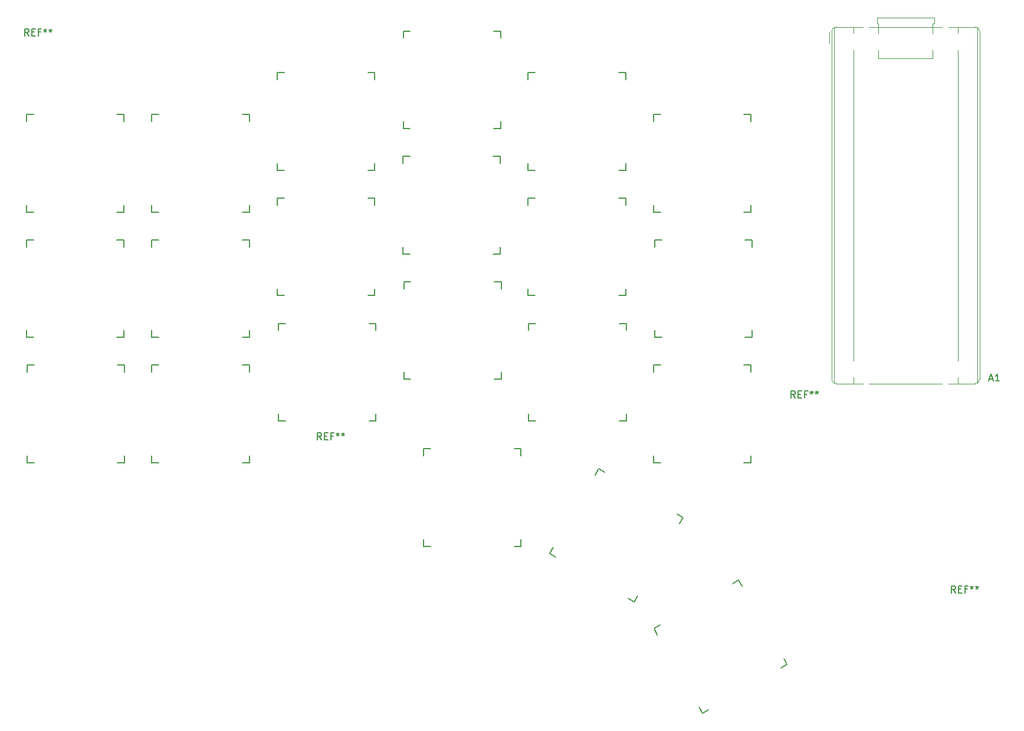
<source format=gto>
%TF.GenerationSoftware,KiCad,Pcbnew,9.0.4*%
%TF.CreationDate,2025-11-01T07:51:32+01:00*%
%TF.ProjectId,kbv3-left,6b627633-2d6c-4656-9674-2e6b69636164,rev?*%
%TF.SameCoordinates,Original*%
%TF.FileFunction,Legend,Top*%
%TF.FilePolarity,Positive*%
%FSLAX46Y46*%
G04 Gerber Fmt 4.6, Leading zero omitted, Abs format (unit mm)*
G04 Created by KiCad (PCBNEW 9.0.4) date 2025-11-01 07:51:32*
%MOMM*%
%LPD*%
G01*
G04 APERTURE LIST*
%ADD10C,0.150000*%
%ADD11C,0.120000*%
G04 APERTURE END LIST*
D10*
X79666666Y-53004819D02*
X79333333Y-52528628D01*
X79095238Y-53004819D02*
X79095238Y-52004819D01*
X79095238Y-52004819D02*
X79476190Y-52004819D01*
X79476190Y-52004819D02*
X79571428Y-52052438D01*
X79571428Y-52052438D02*
X79619047Y-52100057D01*
X79619047Y-52100057D02*
X79666666Y-52195295D01*
X79666666Y-52195295D02*
X79666666Y-52338152D01*
X79666666Y-52338152D02*
X79619047Y-52433390D01*
X79619047Y-52433390D02*
X79571428Y-52481009D01*
X79571428Y-52481009D02*
X79476190Y-52528628D01*
X79476190Y-52528628D02*
X79095238Y-52528628D01*
X80095238Y-52481009D02*
X80428571Y-52481009D01*
X80571428Y-53004819D02*
X80095238Y-53004819D01*
X80095238Y-53004819D02*
X80095238Y-52004819D01*
X80095238Y-52004819D02*
X80571428Y-52004819D01*
X81333333Y-52481009D02*
X81000000Y-52481009D01*
X81000000Y-53004819D02*
X81000000Y-52004819D01*
X81000000Y-52004819D02*
X81476190Y-52004819D01*
X82000000Y-52004819D02*
X82000000Y-52242914D01*
X81761905Y-52147676D02*
X82000000Y-52242914D01*
X82000000Y-52242914D02*
X82238095Y-52147676D01*
X81857143Y-52433390D02*
X82000000Y-52242914D01*
X82000000Y-52242914D02*
X82142857Y-52433390D01*
X82761905Y-52004819D02*
X82761905Y-52242914D01*
X82523810Y-52147676D02*
X82761905Y-52242914D01*
X82761905Y-52242914D02*
X83000000Y-52147676D01*
X82619048Y-52433390D02*
X82761905Y-52242914D01*
X82761905Y-52242914D02*
X82904762Y-52433390D01*
X217546660Y-102284104D02*
X218022850Y-102284104D01*
X217451422Y-102569819D02*
X217784755Y-101569819D01*
X217784755Y-101569819D02*
X218118088Y-102569819D01*
X218975231Y-102569819D02*
X218403803Y-102569819D01*
X218689517Y-102569819D02*
X218689517Y-101569819D01*
X218689517Y-101569819D02*
X218594279Y-101712676D01*
X218594279Y-101712676D02*
X218499041Y-101807914D01*
X218499041Y-101807914D02*
X218403803Y-101855533D01*
X121666666Y-111004819D02*
X121333333Y-110528628D01*
X121095238Y-111004819D02*
X121095238Y-110004819D01*
X121095238Y-110004819D02*
X121476190Y-110004819D01*
X121476190Y-110004819D02*
X121571428Y-110052438D01*
X121571428Y-110052438D02*
X121619047Y-110100057D01*
X121619047Y-110100057D02*
X121666666Y-110195295D01*
X121666666Y-110195295D02*
X121666666Y-110338152D01*
X121666666Y-110338152D02*
X121619047Y-110433390D01*
X121619047Y-110433390D02*
X121571428Y-110481009D01*
X121571428Y-110481009D02*
X121476190Y-110528628D01*
X121476190Y-110528628D02*
X121095238Y-110528628D01*
X122095238Y-110481009D02*
X122428571Y-110481009D01*
X122571428Y-111004819D02*
X122095238Y-111004819D01*
X122095238Y-111004819D02*
X122095238Y-110004819D01*
X122095238Y-110004819D02*
X122571428Y-110004819D01*
X123333333Y-110481009D02*
X123000000Y-110481009D01*
X123000000Y-111004819D02*
X123000000Y-110004819D01*
X123000000Y-110004819D02*
X123476190Y-110004819D01*
X124000000Y-110004819D02*
X124000000Y-110242914D01*
X123761905Y-110147676D02*
X124000000Y-110242914D01*
X124000000Y-110242914D02*
X124238095Y-110147676D01*
X123857143Y-110433390D02*
X124000000Y-110242914D01*
X124000000Y-110242914D02*
X124142857Y-110433390D01*
X124761905Y-110004819D02*
X124761905Y-110242914D01*
X124523810Y-110147676D02*
X124761905Y-110242914D01*
X124761905Y-110242914D02*
X125000000Y-110147676D01*
X124619048Y-110433390D02*
X124761905Y-110242914D01*
X124761905Y-110242914D02*
X124904762Y-110433390D01*
X189666666Y-105004819D02*
X189333333Y-104528628D01*
X189095238Y-105004819D02*
X189095238Y-104004819D01*
X189095238Y-104004819D02*
X189476190Y-104004819D01*
X189476190Y-104004819D02*
X189571428Y-104052438D01*
X189571428Y-104052438D02*
X189619047Y-104100057D01*
X189619047Y-104100057D02*
X189666666Y-104195295D01*
X189666666Y-104195295D02*
X189666666Y-104338152D01*
X189666666Y-104338152D02*
X189619047Y-104433390D01*
X189619047Y-104433390D02*
X189571428Y-104481009D01*
X189571428Y-104481009D02*
X189476190Y-104528628D01*
X189476190Y-104528628D02*
X189095238Y-104528628D01*
X190095238Y-104481009D02*
X190428571Y-104481009D01*
X190571428Y-105004819D02*
X190095238Y-105004819D01*
X190095238Y-105004819D02*
X190095238Y-104004819D01*
X190095238Y-104004819D02*
X190571428Y-104004819D01*
X191333333Y-104481009D02*
X191000000Y-104481009D01*
X191000000Y-105004819D02*
X191000000Y-104004819D01*
X191000000Y-104004819D02*
X191476190Y-104004819D01*
X192000000Y-104004819D02*
X192000000Y-104242914D01*
X191761905Y-104147676D02*
X192000000Y-104242914D01*
X192000000Y-104242914D02*
X192238095Y-104147676D01*
X191857143Y-104433390D02*
X192000000Y-104242914D01*
X192000000Y-104242914D02*
X192142857Y-104433390D01*
X192761905Y-104004819D02*
X192761905Y-104242914D01*
X192523810Y-104147676D02*
X192761905Y-104242914D01*
X192761905Y-104242914D02*
X193000000Y-104147676D01*
X192619048Y-104433390D02*
X192761905Y-104242914D01*
X192761905Y-104242914D02*
X192904762Y-104433390D01*
X212666666Y-133004819D02*
X212333333Y-132528628D01*
X212095238Y-133004819D02*
X212095238Y-132004819D01*
X212095238Y-132004819D02*
X212476190Y-132004819D01*
X212476190Y-132004819D02*
X212571428Y-132052438D01*
X212571428Y-132052438D02*
X212619047Y-132100057D01*
X212619047Y-132100057D02*
X212666666Y-132195295D01*
X212666666Y-132195295D02*
X212666666Y-132338152D01*
X212666666Y-132338152D02*
X212619047Y-132433390D01*
X212619047Y-132433390D02*
X212571428Y-132481009D01*
X212571428Y-132481009D02*
X212476190Y-132528628D01*
X212476190Y-132528628D02*
X212095238Y-132528628D01*
X213095238Y-132481009D02*
X213428571Y-132481009D01*
X213571428Y-133004819D02*
X213095238Y-133004819D01*
X213095238Y-133004819D02*
X213095238Y-132004819D01*
X213095238Y-132004819D02*
X213571428Y-132004819D01*
X214333333Y-132481009D02*
X214000000Y-132481009D01*
X214000000Y-133004819D02*
X214000000Y-132004819D01*
X214000000Y-132004819D02*
X214476190Y-132004819D01*
X215000000Y-132004819D02*
X215000000Y-132242914D01*
X214761905Y-132147676D02*
X215000000Y-132242914D01*
X215000000Y-132242914D02*
X215238095Y-132147676D01*
X214857143Y-132433390D02*
X215000000Y-132242914D01*
X215000000Y-132242914D02*
X215142857Y-132433390D01*
X215761905Y-132004819D02*
X215761905Y-132242914D01*
X215523810Y-132147676D02*
X215761905Y-132242914D01*
X215761905Y-132242914D02*
X216000000Y-132147676D01*
X215619048Y-132433390D02*
X215761905Y-132242914D01*
X215761905Y-132242914D02*
X215904762Y-132433390D01*
%TO.C,SW20*%
X154438413Y-127342178D02*
X154938413Y-126476152D01*
X154438413Y-127342178D02*
X155304439Y-127842178D01*
X160938413Y-116083848D02*
X161438413Y-115217822D01*
X162304439Y-115717822D02*
X161438413Y-115217822D01*
X165696743Y-133842178D02*
X166562769Y-134342178D01*
X167062769Y-133476152D02*
X166562769Y-134342178D01*
X173562769Y-122217822D02*
X172696743Y-121717822D01*
X173562769Y-122217822D02*
X173062769Y-123083848D01*
%TO.C,SW21*%
X169377822Y-138157231D02*
X169877822Y-139023257D01*
X169377822Y-138157231D02*
X170243848Y-137657231D01*
X175877822Y-149415561D02*
X176377822Y-150281587D01*
X177243848Y-149781587D02*
X176377822Y-150281587D01*
X180636152Y-131657231D02*
X181502178Y-131157231D01*
X182002178Y-132023257D02*
X181502178Y-131157231D01*
X188502178Y-143281587D02*
X187636152Y-143781587D01*
X188502178Y-143281587D02*
X188002178Y-142415561D01*
%TO.C,SW3*%
X115320000Y-59320000D02*
X115320000Y-58320000D01*
X115320000Y-72320000D02*
X115320000Y-71320000D01*
X115320000Y-72320000D02*
X116320000Y-72320000D01*
X116320000Y-58320000D02*
X115320000Y-58320000D01*
X128320000Y-72320000D02*
X129320000Y-72320000D01*
X129320000Y-58320000D02*
X128320000Y-58320000D01*
X129320000Y-58320000D02*
X129320000Y-59320000D01*
X129320000Y-71320000D02*
X129320000Y-72320000D01*
%TO.C,SW6*%
X169320000Y-65320000D02*
X169320000Y-64320000D01*
X169320000Y-78320000D02*
X169320000Y-77320000D01*
X169320000Y-78320000D02*
X170320000Y-78320000D01*
X170320000Y-64320000D02*
X169320000Y-64320000D01*
X182320000Y-78320000D02*
X183320000Y-78320000D01*
X183320000Y-64320000D02*
X182320000Y-64320000D01*
X183320000Y-64320000D02*
X183320000Y-65320000D01*
X183320000Y-77320000D02*
X183320000Y-78320000D01*
%TO.C,SW16*%
X133480000Y-89320000D02*
X133480000Y-88320000D01*
X133480000Y-102320000D02*
X133480000Y-101320000D01*
X133480000Y-102320000D02*
X134480000Y-102320000D01*
X134480000Y-88320000D02*
X133480000Y-88320000D01*
X146480000Y-102320000D02*
X147480000Y-102320000D01*
X147480000Y-88320000D02*
X146480000Y-88320000D01*
X147480000Y-88320000D02*
X147480000Y-89320000D01*
X147480000Y-101320000D02*
X147480000Y-102320000D01*
%TO.C,SW7*%
X79320000Y-83320000D02*
X79320000Y-82320000D01*
X79320000Y-96320000D02*
X79320000Y-95320000D01*
X79320000Y-96320000D02*
X80320000Y-96320000D01*
X80320000Y-82320000D02*
X79320000Y-82320000D01*
X92320000Y-96320000D02*
X93320000Y-96320000D01*
X93320000Y-82320000D02*
X92320000Y-82320000D01*
X93320000Y-82320000D02*
X93320000Y-83320000D01*
X93320000Y-95320000D02*
X93320000Y-96320000D01*
%TO.C,SW10*%
X133320000Y-71320000D02*
X133320000Y-70320000D01*
X133320000Y-84320000D02*
X133320000Y-83320000D01*
X133320000Y-84320000D02*
X134320000Y-84320000D01*
X134320000Y-70320000D02*
X133320000Y-70320000D01*
X146320000Y-84320000D02*
X147320000Y-84320000D01*
X147320000Y-70320000D02*
X146320000Y-70320000D01*
X147320000Y-70320000D02*
X147320000Y-71320000D01*
X147320000Y-83320000D02*
X147320000Y-84320000D01*
%TO.C,SW1*%
X79320000Y-65320000D02*
X79320000Y-64320000D01*
X79320000Y-78320000D02*
X79320000Y-77320000D01*
X79320000Y-78320000D02*
X80320000Y-78320000D01*
X80320000Y-64320000D02*
X79320000Y-64320000D01*
X92320000Y-78320000D02*
X93320000Y-78320000D01*
X93320000Y-64320000D02*
X92320000Y-64320000D01*
X93320000Y-64320000D02*
X93320000Y-65320000D01*
X93320000Y-77320000D02*
X93320000Y-78320000D01*
%TO.C,SW9*%
X115320000Y-77320000D02*
X115320000Y-76320000D01*
X115320000Y-90320000D02*
X115320000Y-89320000D01*
X115320000Y-90320000D02*
X116320000Y-90320000D01*
X116320000Y-76320000D02*
X115320000Y-76320000D01*
X128320000Y-90320000D02*
X129320000Y-90320000D01*
X129320000Y-76320000D02*
X128320000Y-76320000D01*
X129320000Y-76320000D02*
X129320000Y-77320000D01*
X129320000Y-89320000D02*
X129320000Y-90320000D01*
%TO.C,SW5*%
X151320000Y-59320000D02*
X151320000Y-58320000D01*
X151320000Y-72320000D02*
X151320000Y-71320000D01*
X151320000Y-72320000D02*
X152320000Y-72320000D01*
X152320000Y-58320000D02*
X151320000Y-58320000D01*
X164320000Y-72320000D02*
X165320000Y-72320000D01*
X165320000Y-58320000D02*
X164320000Y-58320000D01*
X165320000Y-58320000D02*
X165320000Y-59320000D01*
X165320000Y-71320000D02*
X165320000Y-72320000D01*
%TO.C,SW13*%
X79400000Y-101320000D02*
X79400000Y-100320000D01*
X79400000Y-114320000D02*
X79400000Y-113320000D01*
X79400000Y-114320000D02*
X80400000Y-114320000D01*
X80400000Y-100320000D02*
X79400000Y-100320000D01*
X92400000Y-114320000D02*
X93400000Y-114320000D01*
X93400000Y-100320000D02*
X92400000Y-100320000D01*
X93400000Y-100320000D02*
X93400000Y-101320000D01*
X93400000Y-113320000D02*
X93400000Y-114320000D01*
%TO.C,SW15*%
X115480000Y-95320000D02*
X115480000Y-94320000D01*
X115480000Y-108320000D02*
X115480000Y-107320000D01*
X115480000Y-108320000D02*
X116480000Y-108320000D01*
X116480000Y-94320000D02*
X115480000Y-94320000D01*
X128480000Y-108320000D02*
X129480000Y-108320000D01*
X129480000Y-94320000D02*
X128480000Y-94320000D01*
X129480000Y-94320000D02*
X129480000Y-95320000D01*
X129480000Y-107320000D02*
X129480000Y-108320000D01*
D11*
%TO.C,A1*%
X194580000Y-54020000D02*
X194580000Y-52420000D01*
X194900000Y-52350000D02*
X194900000Y-102350000D01*
X195240000Y-51803000D02*
X195240000Y-102897000D01*
X195510000Y-51740000D02*
X198000000Y-51740000D01*
X195510000Y-102960000D02*
X199347939Y-102960000D01*
X198000000Y-51740000D02*
X198000000Y-52653520D01*
X198000000Y-51740000D02*
X199347940Y-51740000D01*
X198000000Y-55046480D02*
X198000000Y-99653520D01*
X198000000Y-102046480D02*
X198000000Y-102960000D01*
X200272061Y-51740000D02*
X201275000Y-51740000D01*
X201275000Y-51740000D02*
X209745000Y-51740000D01*
X201400000Y-50440000D02*
X201400000Y-51260000D01*
X201400000Y-50440000D02*
X209620000Y-50440000D01*
X201400000Y-51260000D02*
X201610000Y-51260000D01*
X201610000Y-51260000D02*
X201610000Y-52656000D01*
X201610000Y-55044000D02*
X201610000Y-56260000D01*
X201910000Y-102960000D02*
X200272061Y-102960000D01*
X209110000Y-102960000D02*
X201910000Y-102960000D01*
X209410000Y-51260000D02*
X209410000Y-52656000D01*
X209410000Y-55044000D02*
X209410000Y-56260000D01*
X209410000Y-56260000D02*
X201610000Y-56260000D01*
X209620000Y-50440000D02*
X209620000Y-51260000D01*
X209620000Y-51260000D02*
X209410000Y-51260000D01*
X209745000Y-51740000D02*
X210747939Y-51740000D01*
X210747939Y-102960000D02*
X209110000Y-102960000D01*
X211672061Y-51740000D02*
X213020000Y-51740000D01*
X211672061Y-102960000D02*
X215510000Y-102960000D01*
X213020000Y-51740000D02*
X213020000Y-52653520D01*
X213020000Y-55046480D02*
X213020000Y-99653520D01*
X213020000Y-102046480D02*
X213020000Y-102960000D01*
X215510000Y-51740000D02*
X213020000Y-51740000D01*
X215780000Y-102897000D02*
X215780000Y-51803000D01*
X216120000Y-52350000D02*
X216120000Y-102350000D01*
X194900000Y-52350000D02*
G75*
G02*
X195510000Y-51740000I610000J0D01*
G01*
X195510000Y-102960000D02*
G75*
G02*
X194900000Y-102350000I-99J609901D01*
G01*
X215510000Y-51740000D02*
G75*
G02*
X216120000Y-52350000I0J-610000D01*
G01*
X216120000Y-102350000D02*
G75*
G02*
X215510000Y-102960000I-610000J0D01*
G01*
D10*
%TO.C,SW2*%
X97320000Y-65320000D02*
X97320000Y-64320000D01*
X97320000Y-78320000D02*
X97320000Y-77320000D01*
X97320000Y-78320000D02*
X98320000Y-78320000D01*
X98320000Y-64320000D02*
X97320000Y-64320000D01*
X110320000Y-78320000D02*
X111320000Y-78320000D01*
X111320000Y-64320000D02*
X110320000Y-64320000D01*
X111320000Y-64320000D02*
X111320000Y-65320000D01*
X111320000Y-77320000D02*
X111320000Y-78320000D01*
%TO.C,SW19*%
X136320000Y-113320000D02*
X136320000Y-112320000D01*
X136320000Y-126320000D02*
X136320000Y-125320000D01*
X136320000Y-126320000D02*
X137320000Y-126320000D01*
X137320000Y-112320000D02*
X136320000Y-112320000D01*
X149320000Y-126320000D02*
X150320000Y-126320000D01*
X150320000Y-112320000D02*
X149320000Y-112320000D01*
X150320000Y-112320000D02*
X150320000Y-113320000D01*
X150320000Y-125320000D02*
X150320000Y-126320000D01*
%TO.C,SW4*%
X133400000Y-53320000D02*
X133400000Y-52320000D01*
X133400000Y-66320000D02*
X133400000Y-65320000D01*
X133400000Y-66320000D02*
X134400000Y-66320000D01*
X134400000Y-52320000D02*
X133400000Y-52320000D01*
X146400000Y-66320000D02*
X147400000Y-66320000D01*
X147400000Y-52320000D02*
X146400000Y-52320000D01*
X147400000Y-52320000D02*
X147400000Y-53320000D01*
X147400000Y-65320000D02*
X147400000Y-66320000D01*
%TO.C,SW8*%
X97320000Y-83320000D02*
X97320000Y-82320000D01*
X97320000Y-96320000D02*
X97320000Y-95320000D01*
X97320000Y-96320000D02*
X98320000Y-96320000D01*
X98320000Y-82320000D02*
X97320000Y-82320000D01*
X110320000Y-96320000D02*
X111320000Y-96320000D01*
X111320000Y-82320000D02*
X110320000Y-82320000D01*
X111320000Y-82320000D02*
X111320000Y-83320000D01*
X111320000Y-95320000D02*
X111320000Y-96320000D01*
%TO.C,SW17*%
X151400000Y-95320000D02*
X151400000Y-94320000D01*
X151400000Y-108320000D02*
X151400000Y-107320000D01*
X151400000Y-108320000D02*
X152400000Y-108320000D01*
X152400000Y-94320000D02*
X151400000Y-94320000D01*
X164400000Y-108320000D02*
X165400000Y-108320000D01*
X165400000Y-94320000D02*
X164400000Y-94320000D01*
X165400000Y-94320000D02*
X165400000Y-95320000D01*
X165400000Y-107320000D02*
X165400000Y-108320000D01*
%TO.C,SW18*%
X169320000Y-101320000D02*
X169320000Y-100320000D01*
X169320000Y-114320000D02*
X169320000Y-113320000D01*
X169320000Y-114320000D02*
X170320000Y-114320000D01*
X170320000Y-100320000D02*
X169320000Y-100320000D01*
X182320000Y-114320000D02*
X183320000Y-114320000D01*
X183320000Y-100320000D02*
X182320000Y-100320000D01*
X183320000Y-100320000D02*
X183320000Y-101320000D01*
X183320000Y-113320000D02*
X183320000Y-114320000D01*
%TO.C,SW12*%
X169480000Y-83320000D02*
X169480000Y-82320000D01*
X169480000Y-96320000D02*
X169480000Y-95320000D01*
X169480000Y-96320000D02*
X170480000Y-96320000D01*
X170480000Y-82320000D02*
X169480000Y-82320000D01*
X182480000Y-96320000D02*
X183480000Y-96320000D01*
X183480000Y-82320000D02*
X182480000Y-82320000D01*
X183480000Y-82320000D02*
X183480000Y-83320000D01*
X183480000Y-95320000D02*
X183480000Y-96320000D01*
%TO.C,SW11*%
X151320000Y-77320000D02*
X151320000Y-76320000D01*
X151320000Y-90320000D02*
X151320000Y-89320000D01*
X151320000Y-90320000D02*
X152320000Y-90320000D01*
X152320000Y-76320000D02*
X151320000Y-76320000D01*
X164320000Y-90320000D02*
X165320000Y-90320000D01*
X165320000Y-76320000D02*
X164320000Y-76320000D01*
X165320000Y-76320000D02*
X165320000Y-77320000D01*
X165320000Y-89320000D02*
X165320000Y-90320000D01*
%TO.C,SW14*%
X97320000Y-101320000D02*
X97320000Y-100320000D01*
X97320000Y-114320000D02*
X97320000Y-113320000D01*
X97320000Y-114320000D02*
X98320000Y-114320000D01*
X98320000Y-100320000D02*
X97320000Y-100320000D01*
X110320000Y-114320000D02*
X111320000Y-114320000D01*
X111320000Y-100320000D02*
X110320000Y-100320000D01*
X111320000Y-100320000D02*
X111320000Y-101320000D01*
X111320000Y-113320000D02*
X111320000Y-114320000D01*
%TD*%
M02*

</source>
